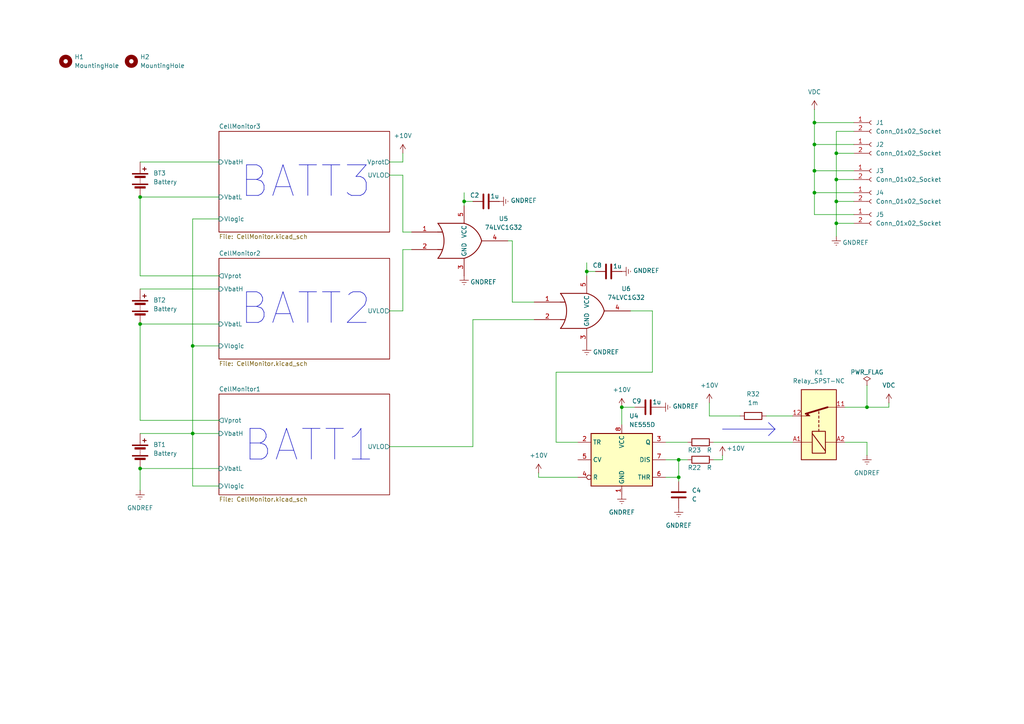
<source format=kicad_sch>
(kicad_sch (version 20250114) (generator "eeschema") (generator_version "9.0")
  (paper "A4")
  (lib_symbols
    (symbol "74xGxx:74LVC1G32"
      (property "Reference" "U" (at -5.08 7.62 0))
      (property "Value" "74LVC1G32" (at 7.62 -7.62 0))
      (symbol "74LVC1G32_0_1"
        (arc (start -7.62 5.08) (mid -5.838 0) (end -7.62 -5.08) (stroke (width 0.254)))
        (polyline (pts (xy -7.62 2.54) (xy -6.35 2.54)) (stroke (width 0.254)) (fill (type background)))
        (polyline (pts (xy -7.62 -2.54) (xy -6.35 -2.54)) (stroke (width 0.254)) (fill (type background)))
        (arc (start 5.08 0) (mid 3.202 -3.202) (end 0 -5.08) (stroke (width 0.254)))
        (arc (start 0 5.08) (mid 3.2271 3.2271) (end 5.08 0) (stroke (width 0.254)))
        (polyline (pts (xy 0 5.08) (xy -7.62 5.08)) (stroke (width 0.254)) (fill (type background)))
        (polyline (pts (xy 0 -5.08) (xy -7.62 -5.08)) (stroke (width 0.254)) (fill (type background)))
      )
      (symbol "74LVC1G32_1_1"
        (pin input line (at -15.24 2.54 0) (length 7.62) (name "~") (number "1"))
        (pin input line (at -15.24 -2.54 0) (length 7.62) (name "~") (number "2"))
        (pin power_in line (at 0 10.16 270) (length 5.08) (name "VCC") (number "5"))
        (pin power_in line (at 0 -10.16 90) (length 5.08) (name "GND") (number "3"))
        (pin output line (at 12.7 0 180) (length 7.62) (name "~") (number "4"))
      )
    )
    (symbol "Connector:Conn_01x02_Socket" (pin_names (offset 1.016) (hide yes))
      (property "Reference" "J" (at 0 2.54 0))
      (property "Value" "Conn_01x02_Socket" (at 0 -5.08 0))
      (symbol "Conn_01x02_Socket_1_1"
        (polyline (pts (xy -1.27 0) (xy -0.508 0)) (stroke (width 0.1524)))
        (polyline (pts (xy -1.27 -2.54) (xy -0.508 -2.54)) (stroke (width 0.1524)))
        (arc (start 0 -0.508) (mid -0.5058 0) (end 0 0.508) (stroke (width 0.1524)))
        (arc (start 0 -3.048) (mid -0.5058 -2.54) (end 0 -2.032) (stroke (width 0.1524)))
        (pin passive line (at -5.08 0 0) (length 3.81) (name "Pin_1") (number "1"))
        (pin passive line (at -5.08 -2.54 0) (length 3.81) (name "Pin_2") (number "2"))
      )
    )
    (symbol "Device:Battery" (pin_numbers (hide yes)) (pin_names (offset 0) (hide yes))
      (property "Reference" "BT" (at 2.54 2.54 0))
      (property "Value" "Battery" (at 2.54 0 0))
      (symbol "Battery_0_1"
        (rectangle (start -2.286 1.778) (end 2.286 1.524) (fill (type outline)))
        (rectangle (start -2.286 -1.27) (end 2.286 -1.524) (fill (type outline)))
        (rectangle (start -1.524 1.016) (end 1.524 0.508) (fill (type outline)))
        (rectangle (start -1.524 -2.032) (end 1.524 -2.54) (fill (type outline)))
        (polyline (pts (xy 0 1.778) (xy 0 2.54)))
        (polyline (pts (xy 0 0) (xy 0 0.254)))
        (polyline (pts (xy 0 -0.508) (xy 0 -0.254)))
        (polyline (pts (xy 0 -1.016) (xy 0 -0.762)))
        (polyline (pts (xy 0.762 3.048) (xy 1.778 3.048)) (stroke (width 0.254)))
        (polyline (pts (xy 1.27 3.556) (xy 1.27 2.54)) (stroke (width 0.254)))
      )
      (symbol "Battery_1_1"
        (pin passive line (at 0 5.08 270) (length 2.54) (name "+") (number "1"))
        (pin passive line (at 0 -5.08 90) (length 2.54) (name "-") (number "2"))
      )
    )
    (symbol "Device:C" (pin_numbers (hide yes)) (pin_names (offset 0.254))
      (property "Reference" "C" (at 0.635 2.54 0))
      (property "Value" "C" (at 0.635 -2.54 0))
      (symbol "C_0_1"
        (polyline (pts (xy -2.032 0.762) (xy 2.032 0.762)) (stroke (width 0.508)))
        (polyline (pts (xy -2.032 -0.762) (xy 2.032 -0.762)) (stroke (width 0.508)))
      )
      (symbol "C_1_1"
        (pin passive line (at 0 3.81 270) (length 2.794) (name "~") (number "1"))
        (pin passive line (at 0 -3.81 90) (length 2.794) (name "~") (number "2"))
      )
    )
    (symbol "Device:R" (pin_numbers (hide yes)) (pin_names (offset 0))
      (property "Reference" "R" (at 2.032 0 90))
      (property "Value" "R" (at 0 0 90))
      (symbol "R_0_1"
        (rectangle (start -1.016 -2.54) (end 1.016 2.54) (stroke (width 0.254)))
      )
      (symbol "R_1_1"
        (pin passive line (at 0 3.81 270) (length 1.27) (name "~") (number "1"))
        (pin passive line (at 0 -3.81 90) (length 1.27) (name "~") (number "2"))
      )
    )
    (symbol "Mechanical:MountingHole" (pin_names (offset 1.016)) (in_bom no)
      (property "Reference" "H" (at 0 5.08 0))
      (property "Value" "MountingHole" (at 0 3.175 0))
      (symbol "MountingHole_0_1"
        (circle (center 0 0) (radius 1.27) (stroke (width 1.27)))
      )
    )
    (symbol "Relay:Relay_SPST-NC"
      (property "Reference" "K" (at 11.43 3.81 0))
      (property "Value" "Relay_SPST-NC" (at 11.43 1.27 0))
      (symbol "Relay_SPST-NC_0_1"
        (rectangle (start -8.255 1.905) (end -1.905 -1.905) (stroke (width 0.254)))
        (polyline (pts (xy -7.62 -1.905) (xy -2.54 1.905)) (stroke (width 0.254)))
        (polyline (pts (xy -5.08 5.08) (xy -5.08 1.905)))
        (polyline (pts (xy -5.08 -5.08) (xy -5.08 -1.905)))
        (polyline (pts (xy -1.905 0) (xy -1.27 0)) (stroke (width 0.254)))
        (polyline (pts (xy -0.635 0) (xy 0 0)) (stroke (width 0.254)))
        (polyline (pts (xy 0.635 0) (xy 1.27 0)) (stroke (width 0.254)))
        (polyline (pts (xy 1.905 0) (xy 2.54 0)) (stroke (width 0.254)))
        (polyline (pts (xy 2.54 5.08) (xy 2.54 2.54) (xy 3.175 3.175) (xy 2.54 3.81)) (fill (type outline)))
        (polyline (pts (xy 3.175 0) (xy 3.81 0)) (stroke (width 0.254)))
        (polyline (pts (xy 5.08 -2.54) (xy 3.175 3.81)) (stroke (width 0.508)))
        (polyline (pts (xy 5.08 -2.54) (xy 5.08 -5.08)))
      )
      (symbol "Relay_SPST-NC_1_1"
        (rectangle (start -10.16 5.08) (end 10.16 -5.08) (stroke (width 0.254)) (fill (type background)))
        (pin passive line (at -5.08 7.62 270) (length 2.54) (name "~") (number "A1"))
        (pin passive line (at -5.08 -7.62 90) (length 2.54) (name "~") (number "A2"))
        (pin passive line (at 2.54 7.62 270) (length 2.54) (name "~") (number "12"))
        (pin passive line (at 5.08 -7.62 90) (length 2.54) (name "~") (number "11"))
      )
    )
    (symbol "Timer:NE555D"
      (property "Reference" "U" (at -10.16 8.89 0))
      (property "Value" "NE555D" (at 2.54 8.89 0))
      (symbol "NE555D_0_0"
        (pin power_in line (at 0 10.16 270) (length 2.54) (name "VCC") (number "8"))
        (pin power_in line (at 0 -10.16 90) (length 2.54) (name "GND") (number "1"))
      )
      (symbol "NE555D_0_1"
        (rectangle (start -8.89 -7.62) (end 8.89 7.62) (stroke (width 0.254)) (fill (type background)))
        (rectangle (start -8.89 -7.62) (end 8.89 7.62) (stroke (width 0.254)) (fill (type background)))
      )
      (symbol "NE555D_1_1"
        (pin input line (at -12.7 5.08 0) (length 3.81) (name "TR") (number "2"))
        (pin input line (at -12.7 0 0) (length 3.81) (name "CV") (number "5"))
        (pin input inverted (at -12.7 -5.08 0) (length 3.81) (name "R") (number "4"))
        (pin output line (at 12.7 5.08 180) (length 3.81) (name "Q") (number "3"))
        (pin input line (at 12.7 0 180) (length 3.81) (name "DIS") (number "7"))
        (pin input line (at 12.7 -5.08 180) (length 3.81) (name "THR") (number "6"))
      )
    )
    (symbol "power:+10V" (power) (pin_numbers (hide yes)) (pin_names (offset 0) (hide yes))
      (property "Value" "+10V" (at 0 3.556 0))
      (symbol "+10V_0_1"
        (polyline (pts (xy -0.762 1.27) (xy 0 2.54)))
        (polyline (pts (xy 0 2.54) (xy 0.762 1.27)))
        (polyline (pts (xy 0 0) (xy 0 2.54)))
      )
      (symbol "+10V_1_1"
        (pin power_in line (at 0 0 90) (length 0) (name "~") (number "1"))
      )
    )
    (symbol "power:GNDREF" (power) (pin_numbers (hide yes)) (pin_names (offset 0) (hide yes))
      (property "Value" "GNDREF" (at 0 -3.81 0))
      (symbol "GNDREF_0_1"
        (polyline (pts (xy -0.635 -1.905) (xy 0.635 -1.905)))
        (polyline (pts (xy -0.127 -2.54) (xy 0.127 -2.54)))
        (polyline (pts (xy 0 -1.27) (xy 0 0)))
        (polyline (pts (xy 1.27 -1.27) (xy -1.27 -1.27)))
      )
      (symbol "GNDREF_1_1"
        (pin power_in line (at 0 0 270) (length 0) (name "~") (number "1"))
      )
    )
    (symbol "power:PWR_FLAG" (power) (pin_numbers (hide yes)) (pin_names (offset 0) (hide yes))
      (property "Value" "PWR_FLAG" (at 0 3.81 0))
      (symbol "PWR_FLAG_0_0"
        (pin power_out line (at 0 0 90) (length 0) (name "~") (number "1"))
      )
      (symbol "PWR_FLAG_0_1"
        (polyline (pts (xy 0 0) (xy 0 1.27) (xy -1.016 1.905) (xy 0 2.54) (xy 1.016 1.905) (xy 0 1.27)))
      )
    )
    (symbol "power:VDC" (power) (pin_numbers (hide yes)) (pin_names (offset 0) (hide yes))
      (property "Value" "VDC" (at 0 3.556 0))
      (symbol "VDC_0_1"
        (polyline (pts (xy -0.762 1.27) (xy 0 2.54)))
        (polyline (pts (xy 0 2.54) (xy 0.762 1.27)))
        (polyline (pts (xy 0 0) (xy 0 2.54)))
      )
      (symbol "VDC_1_1"
        (pin power_in line (at 0 0 90) (length 0) (name "~") (number "1"))
      )
    )
  )
  (text "BATT1" (at 89.662 129.286 0) (effects (font (size 8.89 8.89))))
  (text "BATT2" (at 88.646 89.662 0) (effects (font (size 8.89 8.89))))
  (text "BATT3" (at 88.646 52.832 0) (effects (font (size 8.89 8.89))))
  (junction (at 236.22 49.53))
  (junction (at 55.88 125.73))
  (junction (at 170.18 78.74))
  (junction (at 55.88 100.33))
  (junction (at 180.34 118.11))
  (junction (at 196.85 133.35))
  (junction (at 134.62 58.42))
  (junction (at 236.22 35.56))
  (junction (at 40.64 135.89))
  (junction (at 40.64 57.15))
  (junction (at 242.57 58.42))
  (junction (at 196.85 138.43))
  (junction (at 40.64 93.98))
  (junction (at 251.46 118.11))
  (junction (at 242.57 52.07))
  (junction (at 236.22 41.91))
  (junction (at 242.57 44.45))
  (junction (at 242.57 64.77))
  (junction (at 236.22 55.88))
  (wire (pts (xy 148.59 69.85) (xy 148.59 87.63)))
  (wire (pts (xy 55.88 140.97) (xy 63.5 140.97)))
  (wire (pts (xy 205.74 116.84) (xy 205.74 120.65)))
  (wire (pts (xy 55.88 63.5) (xy 63.5 63.5)))
  (wire (pts (xy 193.04 138.43) (xy 196.85 138.43)))
  (wire (pts (xy 116.84 46.99) (xy 116.84 44.45)))
  (wire (pts (xy 63.5 80.01) (xy 40.64 80.01)))
  (wire (pts (xy 242.57 44.45) (xy 242.57 52.07)))
  (wire (pts (xy 40.64 135.89) (xy 63.5 135.89)))
  (wire (pts (xy 247.65 55.88) (xy 236.22 55.88)))
  (wire (pts (xy 116.84 72.39) (xy 116.84 90.17)))
  (wire (pts (xy 55.88 125.73) (xy 55.88 100.33)))
  (wire (pts (xy 196.85 133.35) (xy 193.04 133.35)))
  (wire (pts (xy 40.64 93.98) (xy 63.5 93.98)))
  (wire (pts (xy 193.04 128.27) (xy 199.39 128.27)))
  (wire (pts (xy 180.34 118.11) (xy 184.15 118.11)))
  (wire (pts (xy 156.21 138.43) (xy 167.64 138.43)))
  (wire (pts (xy 116.84 50.8) (xy 116.84 67.31)))
  (wire (pts (xy 247.65 58.42) (xy 242.57 58.42)))
  (polyline (pts (xy 209.55 124.46) (xy 224.79 124.46)))
  (wire (pts (xy 199.39 133.35) (xy 196.85 133.35)))
  (wire (pts (xy 40.64 135.89) (xy 40.64 142.24)))
  (wire (pts (xy 205.74 120.65) (xy 214.63 120.65)))
  (wire (pts (xy 134.62 55.88) (xy 134.62 58.42)))
  (wire (pts (xy 242.57 52.07) (xy 242.57 58.42)))
  (wire (pts (xy 55.88 100.33) (xy 55.88 63.5)))
  (wire (pts (xy 40.64 125.73) (xy 55.88 125.73)))
  (wire (pts (xy 137.16 92.71) (xy 154.94 92.71)))
  (wire (pts (xy 147.32 69.85) (xy 148.59 69.85)))
  (wire (pts (xy 170.18 78.74) (xy 172.72 78.74)))
  (wire (pts (xy 170.18 76.2) (xy 170.18 78.74)))
  (wire (pts (xy 156.21 137.16) (xy 156.21 138.43)))
  (wire (pts (xy 167.64 128.27) (xy 161.29 128.27)))
  (wire (pts (xy 113.03 129.54) (xy 137.16 129.54)))
  (wire (pts (xy 222.25 120.65) (xy 229.87 120.65)))
  (wire (pts (xy 40.64 80.01) (xy 40.64 57.15)))
  (wire (pts (xy 55.88 100.33) (xy 63.5 100.33)))
  (wire (pts (xy 134.62 58.42) (xy 134.62 59.69)))
  (wire (pts (xy 196.85 139.7) (xy 196.85 138.43)))
  (wire (pts (xy 137.16 129.54) (xy 137.16 92.71)))
  (wire (pts (xy 189.23 90.17) (xy 189.23 107.95)))
  (wire (pts (xy 119.38 72.39) (xy 116.84 72.39)))
  (wire (pts (xy 236.22 35.56) (xy 247.65 35.56)))
  (wire (pts (xy 242.57 64.77) (xy 247.65 64.77)))
  (wire (pts (xy 55.88 125.73) (xy 63.5 125.73)))
  (wire (pts (xy 113.03 50.8) (xy 116.84 50.8)))
  (wire (pts (xy 251.46 128.27) (xy 245.11 128.27)))
  (wire (pts (xy 242.57 38.1) (xy 242.57 44.45)))
  (wire (pts (xy 251.46 132.08) (xy 251.46 128.27)))
  (wire (pts (xy 170.18 78.74) (xy 170.18 80.01)))
  (wire (pts (xy 251.46 111.76) (xy 251.46 118.11)))
  (wire (pts (xy 148.59 87.63) (xy 154.94 87.63)))
  (wire (pts (xy 182.88 90.17) (xy 189.23 90.17)))
  (wire (pts (xy 134.62 58.42) (xy 137.16 58.42)))
  (wire (pts (xy 247.65 52.07) (xy 242.57 52.07)))
  (wire (pts (xy 247.65 49.53) (xy 236.22 49.53)))
  (wire (pts (xy 40.64 83.82) (xy 63.5 83.82)))
  (wire (pts (xy 247.65 38.1) (xy 242.57 38.1)))
  (wire (pts (xy 189.23 107.95) (xy 161.29 107.95)))
  (wire (pts (xy 242.57 58.42) (xy 242.57 64.77)))
  (wire (pts (xy 209.55 133.35) (xy 207.01 133.35)))
  (wire (pts (xy 116.84 90.17) (xy 113.03 90.17)))
  (wire (pts (xy 236.22 62.23) (xy 236.22 55.88)))
  (wire (pts (xy 40.64 46.99) (xy 63.5 46.99)))
  (wire (pts (xy 251.46 118.11) (xy 257.81 118.11)))
  (wire (pts (xy 40.64 121.92) (xy 40.64 93.98)))
  (wire (pts (xy 242.57 68.58) (xy 242.57 64.77)))
  (wire (pts (xy 196.85 138.43) (xy 196.85 133.35)))
  (wire (pts (xy 247.65 41.91) (xy 236.22 41.91)))
  (wire (pts (xy 116.84 67.31) (xy 119.38 67.31)))
  (wire (pts (xy 245.11 118.11) (xy 251.46 118.11)))
  (wire (pts (xy 207.01 128.27) (xy 229.87 128.27)))
  (wire (pts (xy 209.55 132.08) (xy 209.55 133.35)))
  (wire (pts (xy 55.88 125.73) (xy 55.88 140.97)))
  (wire (pts (xy 161.29 107.95) (xy 161.29 128.27)))
  (wire (pts (xy 236.22 41.91) (xy 236.22 35.56)))
  (wire (pts (xy 257.81 116.84) (xy 257.81 118.11)))
  (polyline (pts (xy 222.885 126.365) (xy 224.79 124.46)))
  (wire (pts (xy 236.22 55.88) (xy 236.22 49.53)))
  (wire (pts (xy 247.65 44.45) (xy 242.57 44.45)))
  (wire (pts (xy 40.64 57.15) (xy 63.5 57.15)))
  (polyline (pts (xy 222.885 122.555) (xy 224.79 124.46)))
  (wire (pts (xy 236.22 49.53) (xy 236.22 41.91)))
  (wire (pts (xy 180.34 118.11) (xy 180.34 123.19)))
  (wire (pts (xy 236.22 31.75) (xy 236.22 35.56)))
  (wire (pts (xy 113.03 46.99) (xy 116.84 46.99)))
  (wire (pts (xy 247.65 62.23) (xy 236.22 62.23)))
  (wire (pts (xy 63.5 121.92) (xy 40.64 121.92)))
  (symbol (lib_id "power:VDC") (at 257.81 116.84 0) (unit 1)
    (property "Reference" "#PWR015" (effects (hide yes)))
    (property "Value" "VDC" (at 257.81 111.76 0))
    (property "Description" "Power symbol creates a global label with name \"VDC\"" (effects (hide yes)))
  )
  (symbol (lib_id "power:+10V") (at 156.21 137.16 0) (unit 1)
    (property "Reference" "#PWR030" (effects (hide yes)))
    (property "Value" "+10V" (at 156.21 132.08 0))
    (property "Description" "Power symbol creates a global label with name \"+10V\"" (effects (hide yes)))
  )
  (symbol (lib_id "Timer:NE555D") (at 180.34 133.35 0) (unit 1)
    (property "Reference" "U4" (at 182.4833 120.65 0) (effects (justify left)))
    (property "Value" "NE555D" (at 182.4833 123.19 0) (effects (justify left)))
    (property "Footprint" "Package_SO:SOIC-8_3.9x4.9mm_P1.27mm" (effects (hide yes)))
    (property "Datasheet" "http://www.ti.com/lit/ds/symlink/ne555.pdf" (effects (hide yes)))
    (property "Description" "Precision Timers, 555 compatible, SOIC-8" (effects (hide yes)))
    (property "PN" "NE555DR" (effects (hide yes)))
  )
  (symbol (lib_id "power:GNDREF") (at 40.64 142.24 0) (unit 1)
    (property "Reference" "#PWR043" (effects (hide yes)))
    (property "Value" "GNDREF" (at 40.64 147.32 0))
    (property "Description" "Power symbol creates a global label with name \"GNDREF\" , reference supply ground" (effects (hide yes)))
  )
  (symbol (lib_id "Device:R") (at 203.2 128.27 90) (unit 1)
    (property "Reference" "R23" (at 201.422 130.556 90))
    (property "Value" "R" (at 205.74 130.556 90))
    (property "Footprint" "Resistor_SMD:R_0603_1608Metric_Pad0.98x0.95mm_HandSolder" (effects (hide yes)))
    (property "Description" "Resistor" (effects (hide yes)))
  )
  (symbol (lib_id "Device:C") (at 196.85 143.51 0) (unit 1)
    (property "Reference" "C4" (at 200.66 142.2399 0) (effects (justify left)))
    (property "Value" "C" (at 200.66 144.7799 0) (effects (justify left)))
    (property "Footprint" "Capacitor_SMD:C_0603_1608Metric_Pad1.08x0.95mm_HandSolder" (effects (hide yes)))
    (property "Description" "Unpolarized capacitor" (effects (hide yes)))
  )
  (symbol (lib_id "Relay:Relay_SPST-NC") (at 237.49 123.19 90) (unit 1)
    (property "Reference" "K1" (at 237.49 107.95 90))
    (property "Value" "Relay_SPST-NC" (at 237.49 110.49 90))
    (property "Description" "Relay SPST, normally closed, EN50005" (effects (hide yes)))
  )
  (symbol (lib_id "Device:R") (at 203.2 133.35 90) (unit 1)
    (property "Reference" "R22" (at 201.422 135.636 90))
    (property "Value" "R" (at 205.74 135.636 90))
    (property "Footprint" "Resistor_SMD:R_0603_1608Metric_Pad0.98x0.95mm_HandSolder" (effects (hide yes)))
    (property "Description" "Resistor" (effects (hide yes)))
  )
  (symbol (lib_id "Device:Battery") (at 40.64 88.9 0) (unit 1)
    (property "Reference" "BT2" (at 44.45 87.0584 0) (effects (justify left)))
    (property "Value" "Battery" (at 44.45 89.5984 0) (effects (justify left)))
    (property "Footprint" "Battery:BatteryHolder_Keystone_1042_1x18650" (effects (hide yes)))
    (property "Description" "Multiple-cell battery" (effects (hide yes)))
  )
  (symbol (lib_id "power:GNDREF") (at 196.85 147.32 0) (unit 1)
    (property "Reference" "#PWR029" (effects (hide yes)))
    (property "Value" "GNDREF" (at 196.85 152.4 0))
    (property "Description" "Power symbol creates a global label with name \"GNDREF\" , reference supply ground" (effects (hide yes)))
  )
  (symbol (lib_id "Device:C") (at 187.96 118.11 90) (unit 1)
    (property "Reference" "C9" (at 184.658 116.332 90))
    (property "Value" "1u" (at 190.5 116.586 90))
    (property "Footprint" "Capacitor_SMD:C_0603_1608Metric_Pad1.08x0.95mm_HandSolder" (effects (hide yes)))
    (property "Description" "Unpolarized capacitor" (effects (hide yes)))
  )
  (symbol (lib_id "power:+10V") (at 116.84 44.45 0) (unit 1)
    (property "Reference" "#PWR049" (effects (hide yes)))
    (property "Value" "+10V" (at 116.84 39.37 0))
    (property "Description" "Power symbol creates a global label with name \"+10V\"" (effects (hide yes)))
  )
  (symbol (lib_id "74xGxx:74LVC1G32") (at 170.18 90.17 0) (unit 1)
    (property "Reference" "U6" (at 181.61 83.7498 0))
    (property "Value" "74LVC1G32" (at 181.61 86.2898 0))
    (property "Footprint" "Package_TO_SOT_SMD:SOT-353_SC-70-5_Handsoldering" (effects (hide yes)))
    (property "Datasheet" "http://www.ti.com/lit/sg/scyt129e/scyt129e.pdf" (effects (hide yes)))
    (property "Description" "Single OR Gate, Low-Voltage CMOS" (effects (hide yes)))
    (property "PN" "SN74LVC1G32T353(XBLW)" (effects (hide yes)))
  )
  (symbol (lib_id "Device:Battery") (at 40.64 52.07 0) (unit 1)
    (property "Reference" "BT3" (at 44.45 50.2284 0) (effects (justify left)))
    (property "Value" "Battery" (at 44.45 52.7684 0) (effects (justify left)))
    (property "Footprint" "Battery:BatteryHolder_Keystone_1042_1x18650" (effects (hide yes)))
    (property "Description" "Multiple-cell battery" (effects (hide yes)))
  )
  (symbol (lib_id "power:GNDREF") (at 251.46 132.08 0) (unit 1)
    (property "Reference" "#PWR034" (effects (hide yes)))
    (property "Value" "GNDREF" (at 251.46 137.16 0))
    (property "Description" "Power symbol creates a global label with name \"GNDREF\" , reference supply ground" (effects (hide yes)))
  )
  (symbol (lib_id "Connector:Conn_01x02_Socket") (at 252.73 35.56 0) (unit 1)
    (property "Reference" "J1" (at 254 35.5599 0) (effects (justify left)))
    (property "Value" "Conn_01x02_Socket" (at 254 38.0999 0) (effects (justify left)))
    (property "Footprint" "steew:JST_VL_B02P-VL_1x02_P6.2mm_Vertical" (effects (hide yes)))
    (property "Description" "Generic connector, single row, 01x02, script generated" (effects (hide yes)))
  )
  (symbol (lib_id "power:VDC") (at 236.22 31.75 0) (unit 1)
    (property "Reference" "#PWR018" (effects (hide yes)))
    (property "Value" "VDC" (at 236.22 26.67 0))
    (property "Description" "Power symbol creates a global label with name \"VDC\"" (effects (hide yes)))
  )
  (symbol (lib_id "Mechanical:MountingHole") (at 38.1 17.78 0) (unit 1) (in_bom no)
    (property "Reference" "H2" (at 40.64 16.5099 0) (effects (justify left)))
    (property "Value" "MountingHole" (at 40.64 19.0499 0) (effects (justify left)))
    (property "Footprint" "MountingHole:MountingHole_2.2mm_M2" (effects (hide yes)))
    (property "Description" "Mounting Hole without connection" (effects (hide yes)))
  )
  (symbol (lib_id "power:GNDREF") (at 180.34 143.51 0) (unit 1)
    (property "Reference" "#PWR033" (effects (hide yes)))
    (property "Value" "GNDREF" (at 180.34 148.59 0))
    (property "Description" "Power symbol creates a global label with name \"GNDREF\" , reference supply ground" (effects (hide yes)))
  )
  (symbol (lib_id "Connector:Conn_01x02_Socket") (at 252.73 62.23 0) (unit 1)
    (property "Reference" "J5" (at 254 62.2299 0) (effects (justify left)))
    (property "Value" "Conn_01x02_Socket" (at 254 64.7699 0) (effects (justify left)))
    (property "Footprint" "steew:JST_VL_B02P-VL_1x02_P6.2mm_Vertical" (effects (hide yes)))
    (property "Description" "Generic connector, single row, 01x02, script generated" (effects (hide yes)))
  )
  (symbol (lib_id "power:GNDREF") (at 242.57 68.58 0) (unit 1)
    (property "Reference" "#PWR016" (effects (hide yes)))
    (property "Value" "GNDREF" (at 248.158 70.358 0))
    (property "Description" "Power symbol creates a global label with name \"GNDREF\" , reference supply ground" (effects (hide yes)))
  )
  (symbol (lib_id "Connector:Conn_01x02_Socket") (at 252.73 41.91 0) (unit 1)
    (property "Reference" "J2" (at 254 41.9099 0) (effects (justify left)))
    (property "Value" "Conn_01x02_Socket" (at 254 44.4499 0) (effects (justify left)))
    (property "Footprint" "steew:JST_VL_B02P-VL_1x02_P6.2mm_Vertical" (effects (hide yes)))
    (property "Description" "Generic connector, single row, 01x02, script generated" (effects (hide yes)))
  )
  (symbol (lib_id "power:+10V") (at 205.74 116.84 0) (unit 1)
    (property "Reference" "#PWR04" (effects (hide yes)))
    (property "Value" "+10V" (at 205.74 111.76 0))
    (property "Description" "Power symbol creates a global label with name \"+10V\"" (effects (hide yes)))
  )
  (symbol (lib_id "power:PWR_FLAG") (at 251.46 111.76 0) (unit 1)
    (property "Reference" "#FLG04" (effects (hide yes)))
    (property "Value" "PWR_FLAG" (at 251.46 107.95 0))
    (property "Description" "Special symbol for telling ERC where power comes from" (effects (hide yes)))
  )
  (symbol (lib_id "Device:C") (at 176.53 78.74 90) (unit 1)
    (property "Reference" "C8" (at 173.228 76.962 90))
    (property "Value" "1u" (at 179.07 77.216 90))
    (property "Footprint" "Capacitor_SMD:C_0603_1608Metric_Pad1.08x0.95mm_HandSolder" (effects (hide yes)))
    (property "Description" "Unpolarized capacitor" (effects (hide yes)))
  )
  (symbol (lib_id "power:GNDREF") (at 144.78 58.42 90) (unit 1)
    (property "Reference" "#PWR045" (effects (hide yes)))
    (property "Value" "GNDREF" (at 151.892 58.166 90))
    (property "Description" "Power symbol creates a global label with name \"GNDREF\" , reference supply ground" (effects (hide yes)))
  )
  (symbol (lib_id "Connector:Conn_01x02_Socket") (at 252.73 49.53 0) (unit 1)
    (property "Reference" "J3" (at 254 49.5299 0) (effects (justify left)))
    (property "Value" "Conn_01x02_Socket" (at 254 52.0699 0) (effects (justify left)))
    (property "Footprint" "steew:JST_VL_B02P-VL_1x02_P6.2mm_Vertical" (effects (hide yes)))
    (property "Description" "Generic connector, single row, 01x02, script generated" (effects (hide yes)))
  )
  (symbol (lib_id "Device:Battery") (at 40.64 130.81 0) (unit 1)
    (property "Reference" "BT1" (at 44.45 128.9684 0) (effects (justify left)))
    (property "Value" "Battery" (at 44.45 131.5084 0) (effects (justify left)))
    (property "Footprint" "Battery:BatteryHolder_Keystone_1042_1x18650" (effects (hide yes)))
    (property "Description" "Multiple-cell battery" (effects (hide yes)))
  )
  (symbol (lib_id "Connector:Conn_01x02_Socket") (at 252.73 55.88 0) (unit 1)
    (property "Reference" "J4" (at 254 55.8799 0) (effects (justify left)))
    (property "Value" "Conn_01x02_Socket" (at 254 58.4199 0) (effects (justify left)))
    (property "Footprint" "steew:JST_VL_B02P-VL_1x02_P6.2mm_Vertical" (effects (hide yes)))
    (property "Description" "Generic connector, single row, 01x02, script generated" (effects (hide yes)))
  )
  (symbol (lib_id "Device:C") (at 140.97 58.42 90) (unit 1)
    (property "Reference" "C2" (at 137.668 56.642 90))
    (property "Value" "1u" (at 143.51 56.896 90))
    (property "Footprint" "Capacitor_SMD:C_0603_1608Metric_Pad1.08x0.95mm_HandSolder" (effects (hide yes)))
    (property "Description" "Unpolarized capacitor" (effects (hide yes)))
  )
  (symbol (lib_id "power:+10V") (at 180.34 118.11 0) (unit 1)
    (property "Reference" "#PWR031" (effects (hide yes)))
    (property "Value" "+10V" (at 180.34 113.03 0))
    (property "Description" "Power symbol creates a global label with name \"+10V\"" (effects (hide yes)))
  )
  (symbol (lib_id "Mechanical:MountingHole") (at 19.05 17.78 0) (unit 1) (in_bom no)
    (property "Reference" "H1" (at 21.59 16.5099 0) (effects (justify left)))
    (property "Value" "MountingHole" (at 21.59 19.0499 0) (effects (justify left)))
    (property "Footprint" "MountingHole:MountingHole_2.2mm_M2" (effects (hide yes)))
    (property "Description" "Mounting Hole without connection" (effects (hide yes)))
  )
  (symbol (lib_id "power:+10V") (at 209.55 132.08 0) (unit 1)
    (property "Reference" "#PWR032" (effects (hide yes)))
    (property "Value" "+10V" (at 213.36 130.048 0))
    (property "Description" "Power symbol creates a global label with name \"+10V\"" (effects (hide yes)))
  )
  (symbol (lib_id "74xGxx:74LVC1G32") (at 134.62 69.85 0) (unit 1)
    (property "Reference" "U5" (at 146.05 63.4298 0))
    (property "Value" "74LVC1G32" (at 146.05 65.9698 0))
    (property "Footprint" "Package_TO_SOT_SMD:SOT-353_SC-70-5_Handsoldering" (effects (hide yes)))
    (property "Datasheet" "http://www.ti.com/lit/sg/scyt129e/scyt129e.pdf" (effects (hide yes)))
    (property "Description" "Single OR Gate, Low-Voltage CMOS" (effects (hide yes)))
    (property "PN" "SN74LVC1G32T353(XBLW)" (effects (hide yes)))
  )
  (symbol (lib_id "Device:R") (at 218.44 120.65 90) (unit 1)
    (property "Reference" "R32" (at 218.44 114.3 90))
    (property "Value" "1m" (at 218.44 116.84 90))
    (property "Footprint" "Resistor_SMD:R_2512_6332Metric_Pad1.40x3.35mm_HandSolder" (effects (hide yes)))
    (property "Description" "Resistor" (effects (hide yes)))
  )
  (symbol (lib_id "power:GNDREF") (at 191.77 118.11 90) (unit 1)
    (property "Reference" "#PWR048" (effects (hide yes)))
    (property "Value" "GNDREF" (at 198.882 117.856 90))
    (property "Description" "Power symbol creates a global label with name \"GNDREF\" , reference supply ground" (effects (hide yes)))
  )
  (symbol (lib_id "power:GNDREF") (at 180.34 78.74 90) (unit 1)
    (property "Reference" "#PWR047" (effects (hide yes)))
    (property "Value" "GNDREF" (at 187.452 78.486 90))
    (property "Description" "Power symbol creates a global label with name \"GNDREF\" , reference supply ground" (effects (hide yes)))
  )
  (symbol (lib_id "power:GNDREF") (at 170.18 100.33 0) (unit 1)
    (property "Reference" "#PWR046" (effects (hide yes)))
    (property "Value" "GNDREF" (at 175.768 102.108 0))
    (property "Description" "Power symbol creates a global label with name \"GNDREF\" , reference supply ground" (effects (hide yes)))
  )
  (symbol (lib_id "power:GNDREF") (at 134.62 80.01 0) (unit 1)
    (property "Reference" "#PWR044" (effects (hide yes)))
    (property "Value" "GNDREF" (at 140.208 81.788 0))
    (property "Description" "Power symbol creates a global label with name \"GNDREF\" , reference supply ground" (effects (hide yes)))
  )
  (sheet (at 63.5 74.93) (size 49.53 29.21) (stroke (width 0.1524))
    (property "Sheetname" "CellMonitor2" (at 63.5 74.2184 0) (effects (justify left bottom)))
    (property "Sheetfile" "CellMonitor.kicad_sch" (at 63.5 104.7246 0) (effects (justify left top)))
    (pin "UVLO" output (at 113.03 90.17 0))
    (pin "VbatH" input (at 63.5 83.82 180))
    (pin "VbatL" input (at 63.5 93.98 180))
    (pin "Vlogic" input (at 63.5 100.33 180))
    (pin "Vprot" output (at 63.5 80.01 180))
  )
  (sheet (at 63.5 114.3) (size 49.53 29.21) (stroke (width 0.1524))
    (property "Sheetname" "CellMonitor1" (at 63.5 113.5884 0) (effects (justify left bottom)))
    (property "Sheetfile" "CellMonitor.kicad_sch" (at 63.5 144.0946 0) (effects (justify left top)))
    (pin "UVLO" output (at 113.03 129.54 0))
    (pin "VbatH" input (at 63.5 125.73 180))
    (pin "VbatL" input (at 63.5 135.89 180))
    (pin "Vlogic" input (at 63.5 140.97 180))
    (pin "Vprot" output (at 63.5 121.92 180))
  )
  (sheet (at 63.5 38.1) (size 49.53 29.21) (stroke (width 0.1524))
    (property "Sheetname" "CellMonitor3" (at 63.5 37.3884 0) (effects (justify left bottom)))
    (property "Sheetfile" "CellMonitor.kicad_sch" (at 63.5 67.8946 0) (effects (justify left top)))
    (pin "UVLO" output (at 113.03 50.8 0))
    (pin "Vlogic" input (at 63.5 63.5 180))
    (pin "VbatL" input (at 63.5 57.15 180))
    (pin "VbatH" input (at 63.5 46.99 180))
    (pin "Vprot" output (at 113.03 46.99 0))
  )
)
</source>
